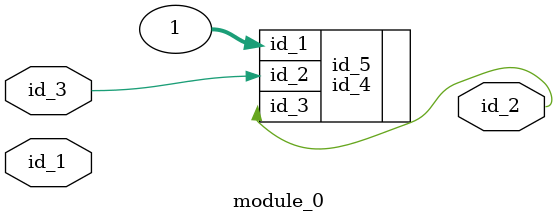
<source format=v>
module module_0 (
    id_1,
    id_2,
    id_3
);
  input id_3;
  output id_2;
  input id_1;
  id_4 id_5 (
      .id_1(1),
      .id_3(id_1),
      .id_2(id_3),
      .id_3(id_2)
  );
endmodule

</source>
